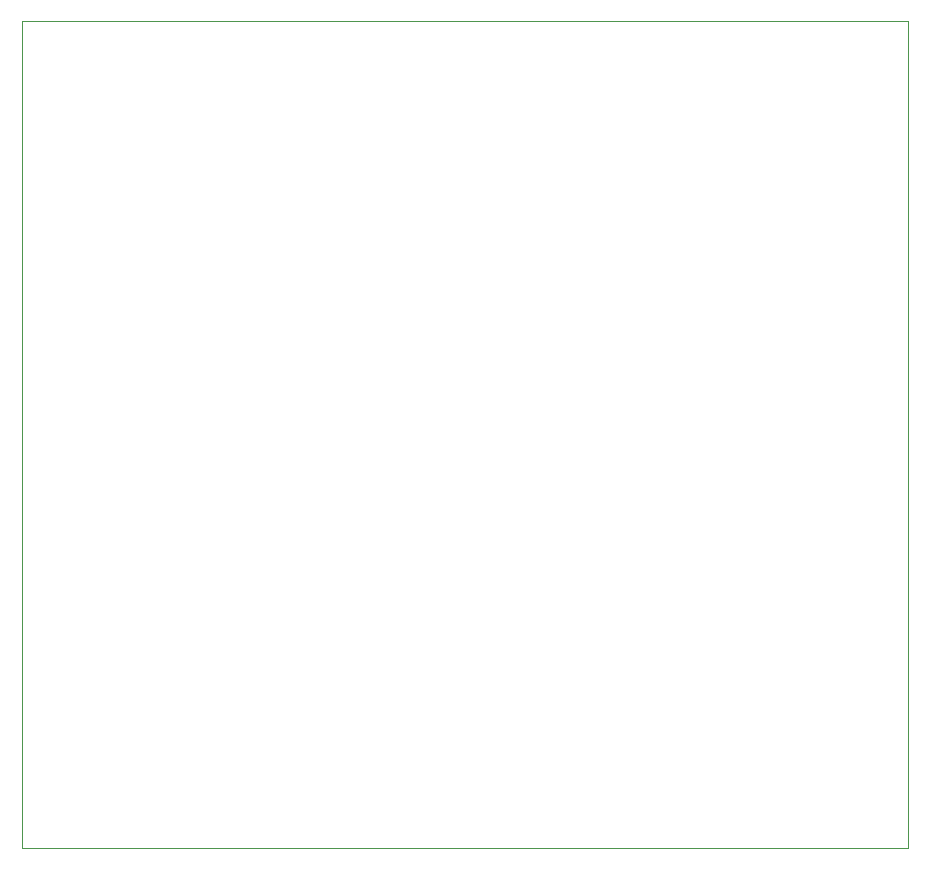
<source format=gbr>
%TF.GenerationSoftware,KiCad,Pcbnew,8.0.8*%
%TF.CreationDate,2025-06-20T17:38:55+09:00*%
%TF.ProjectId,4thfloor_pole,34746866-6c6f-46f7-925f-706f6c652e6b,rev?*%
%TF.SameCoordinates,Original*%
%TF.FileFunction,Profile,NP*%
%FSLAX46Y46*%
G04 Gerber Fmt 4.6, Leading zero omitted, Abs format (unit mm)*
G04 Created by KiCad (PCBNEW 8.0.8) date 2025-06-20 17:38:55*
%MOMM*%
%LPD*%
G01*
G04 APERTURE LIST*
%TA.AperFunction,Profile*%
%ADD10C,0.050000*%
%TD*%
G04 APERTURE END LIST*
D10*
X189000000Y-55000000D02*
X264000000Y-55000000D01*
X264000000Y-125000000D01*
X189000000Y-125000000D01*
X189000000Y-55000000D01*
M02*

</source>
